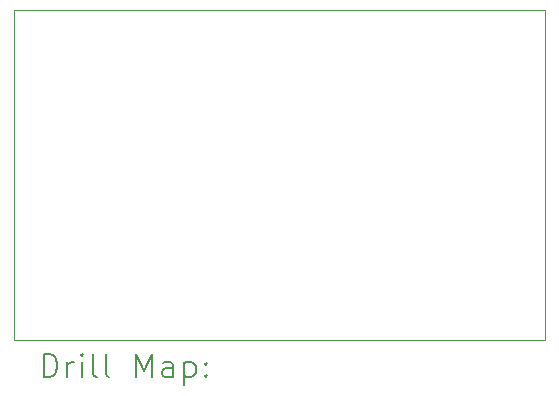
<source format=gbr>
%TF.GenerationSoftware,KiCad,Pcbnew,6.0.7*%
%TF.CreationDate,2022-09-21T21:47:23-05:00*%
%TF.ProjectId,keyboardPCBv2,6b657962-6f61-4726-9450-434276322e6b,rev?*%
%TF.SameCoordinates,Original*%
%TF.FileFunction,Drillmap*%
%TF.FilePolarity,Positive*%
%FSLAX45Y45*%
G04 Gerber Fmt 4.5, Leading zero omitted, Abs format (unit mm)*
G04 Created by KiCad (PCBNEW 6.0.7) date 2022-09-21 21:47:23*
%MOMM*%
%LPD*%
G01*
G04 APERTURE LIST*
%ADD10C,0.100000*%
%ADD11C,0.200000*%
G04 APERTURE END LIST*
D10*
X3393250Y-5800000D02*
X7893250Y-5800000D01*
X7893250Y-5800000D02*
X7893250Y-3000000D01*
X7893250Y-3000000D02*
X3393250Y-3000000D01*
X3393250Y-3000000D02*
X3393250Y-5800000D01*
D11*
X3645869Y-6115476D02*
X3645869Y-5915476D01*
X3693488Y-5915476D01*
X3722059Y-5925000D01*
X3741107Y-5944048D01*
X3750631Y-5963095D01*
X3760155Y-6001190D01*
X3760155Y-6029762D01*
X3750631Y-6067857D01*
X3741107Y-6086905D01*
X3722059Y-6105952D01*
X3693488Y-6115476D01*
X3645869Y-6115476D01*
X3845869Y-6115476D02*
X3845869Y-5982143D01*
X3845869Y-6020238D02*
X3855393Y-6001190D01*
X3864917Y-5991667D01*
X3883964Y-5982143D01*
X3903012Y-5982143D01*
X3969678Y-6115476D02*
X3969678Y-5982143D01*
X3969678Y-5915476D02*
X3960155Y-5925000D01*
X3969678Y-5934524D01*
X3979202Y-5925000D01*
X3969678Y-5915476D01*
X3969678Y-5934524D01*
X4093488Y-6115476D02*
X4074440Y-6105952D01*
X4064917Y-6086905D01*
X4064917Y-5915476D01*
X4198250Y-6115476D02*
X4179202Y-6105952D01*
X4169678Y-6086905D01*
X4169678Y-5915476D01*
X4426821Y-6115476D02*
X4426821Y-5915476D01*
X4493488Y-6058333D01*
X4560155Y-5915476D01*
X4560155Y-6115476D01*
X4741107Y-6115476D02*
X4741107Y-6010714D01*
X4731583Y-5991667D01*
X4712536Y-5982143D01*
X4674440Y-5982143D01*
X4655393Y-5991667D01*
X4741107Y-6105952D02*
X4722060Y-6115476D01*
X4674440Y-6115476D01*
X4655393Y-6105952D01*
X4645869Y-6086905D01*
X4645869Y-6067857D01*
X4655393Y-6048809D01*
X4674440Y-6039286D01*
X4722060Y-6039286D01*
X4741107Y-6029762D01*
X4836345Y-5982143D02*
X4836345Y-6182143D01*
X4836345Y-5991667D02*
X4855393Y-5982143D01*
X4893488Y-5982143D01*
X4912536Y-5991667D01*
X4922060Y-6001190D01*
X4931583Y-6020238D01*
X4931583Y-6077381D01*
X4922060Y-6096428D01*
X4912536Y-6105952D01*
X4893488Y-6115476D01*
X4855393Y-6115476D01*
X4836345Y-6105952D01*
X5017298Y-6096428D02*
X5026821Y-6105952D01*
X5017298Y-6115476D01*
X5007774Y-6105952D01*
X5017298Y-6096428D01*
X5017298Y-6115476D01*
X5017298Y-5991667D02*
X5026821Y-6001190D01*
X5017298Y-6010714D01*
X5007774Y-6001190D01*
X5017298Y-5991667D01*
X5017298Y-6010714D01*
M02*

</source>
